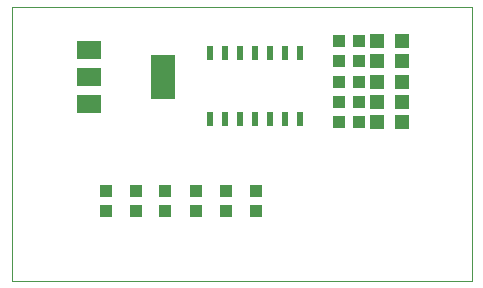
<source format=gtp>
G75*
%MOIN*%
%OFA0B0*%
%FSLAX24Y24*%
%IPPOS*%
%LPD*%
%AMOC8*
5,1,8,0,0,1.08239X$1,22.5*
%
%ADD10C,0.0000*%
%ADD11R,0.0236X0.0472*%
%ADD12R,0.0394X0.0433*%
%ADD13R,0.0472X0.0472*%
%ADD14R,0.0433X0.0394*%
%ADD15R,0.0787X0.0591*%
%ADD16R,0.0787X0.1496*%
D10*
X000542Y000150D02*
X000542Y009284D01*
X015896Y009284D01*
X015896Y000150D01*
X000542Y000150D01*
D11*
X007152Y005544D03*
X007652Y005544D03*
X008152Y005544D03*
X008652Y005544D03*
X009152Y005544D03*
X009652Y005544D03*
X010152Y005544D03*
X010152Y007748D03*
X009652Y007748D03*
X009152Y007748D03*
X008652Y007748D03*
X008152Y007748D03*
X007652Y007748D03*
X007152Y007748D03*
D12*
X011467Y007473D03*
X012136Y007473D03*
X012136Y008142D03*
X011467Y008142D03*
X011467Y006804D03*
X012136Y006804D03*
X012136Y006134D03*
X011467Y006134D03*
X011467Y005465D03*
X012136Y005465D03*
D13*
X012727Y005465D03*
X013554Y005465D03*
X013554Y006134D03*
X012727Y006134D03*
X012727Y006804D03*
X013554Y006804D03*
X013554Y007473D03*
X012727Y007473D03*
X012727Y008142D03*
X013554Y008142D03*
D14*
X008691Y003162D03*
X007707Y003162D03*
X007707Y002493D03*
X008691Y002493D03*
X006684Y002493D03*
X005660Y002493D03*
X004676Y002493D03*
X003691Y002493D03*
X003691Y003162D03*
X004676Y003162D03*
X005660Y003162D03*
X006684Y003162D03*
D15*
X003121Y006056D03*
X003121Y006961D03*
X003121Y007867D03*
D16*
X005601Y006961D03*
M02*

</source>
